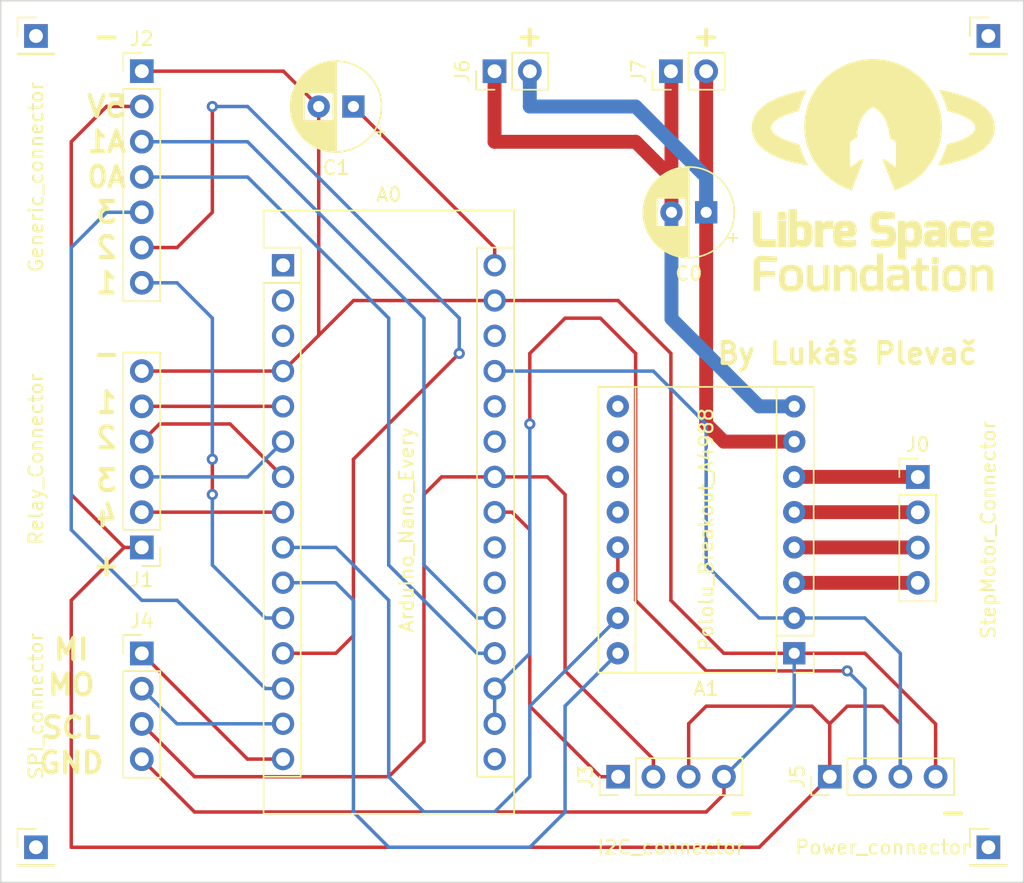
<source format=kicad_pcb>
(kicad_pcb (version 20211014) (generator pcbnew)
  (layers (0 "F.Cu" signal) (31 "B.Cu" signal) (34 "B.Paste" user) (35 "F.Paste" user) (36 "B.SilkS" user "B.Silkscreen") (37 "F.SilkS" user "F.Silkscreen") (38 "B.Mask" user) (39 "F.Mask" user) (44 "Edge.Cuts" user))
  (net 0 "")
  (net 4 "GND")
  (net 5 "RELAY_1")
  (net 6 "RELAY_3")
  (net 7 "RELAY_2")
  (net 8 "RELAY_4")
  (net 9 "STEP_STEP")
  (net 10 "STEP_DIR")
  (net 11 "GENERIC_1")
  (net 12 "GENERIC_2")
  (net 13 "GENERIC_3")
  (net 14 "MOSI")
  (net 15 "MISO")
  (net 16 "SCK")
  (net 17 "3V3")
  (net 18 "A0")
  (net 19 "A1")
  (net 22 "SDA")
  (net 23 "SCL")
  (net 26 "5V")
  (net 28 "VIN")
  (net 29 "Net-(A1-Pad3)")
  (net 30 "Net-(A1-Pad4)")
  (net 31 "Net-(A1-Pad5)")
  (net 32 "Net-(A1-Pad6)")
  (net 33 "GND_12V")
  (net 34 "12V")
  (net 39 "Net-(A1-Pad13)")
  (footprint "Connector_PinHeader_2.54mm:PinHeader_1x01_P2.54mm_Vertical" (layer "F.Cu") (at 147.32 124.46)
    (fp_text reference "" hide)
    (fp_text value "PinHeader_1x01_P2.54mm_Vertical" hide)
    (pad "1" thru_hole rect (at 0 0) (size 1.7 1.7) (drill 1) (layers *.Cu *.Mask))
  )
  (footprint "Connector_PinHeader_2.54mm:PinHeader_1x04_P2.54mm_Vertical" (layer "F.Cu") (at 120.66 119.38 90)
    (fp_text reference "J3" (at 0 -2.33 90) (layer "F.SilkS"))
    (fp_text value "I2C_connector" (at -5.08 3.8 180) (layer "F.SilkS"))
    (pad "1" thru_hole rect (at 0 0 90) (size 1.7 1.7) (drill 1) (layers *.Cu *.Mask) (net 22 "SDA"))
    (pad "2" thru_hole oval (at 0 2.54 90) (size 1.7 1.7) (drill 1) (layers *.Cu *.Mask) (net 23 "SCL"))
    (pad "3" thru_hole oval (at 0 5.08 90) (size 1.7 1.7) (drill 1) (layers *.Cu *.Mask) (net 26 "5V"))
    (pad "4" thru_hole oval (at 0 7.62 90) (size 1.7 1.7) (drill 1) (layers *.Cu *.Mask) (net 4 "GND"))
  )
  (footprint "Connector_PinHeader_2.54mm:PinHeader_1x01_P2.54mm_Vertical" (layer "F.Cu") (at 147.32 66.04)
    (fp_text reference "REF**" hide)
    (fp_text value "PinHeader_1x01_P2.54mm_Vertical" hide)
    (pad "1" thru_hole rect (at 0 0) (size 1.7 1.7) (drill 1) (layers *.Cu *.Mask))
  )
  (footprint "Capacitor_THT:CP_Radial_D6.3mm_P2.50mm" (layer "F.Cu") (at 127 78.74 180)
    (fp_text reference "C0" (at 1.25 -4.4) (layer "F.SilkS"))
    (fp_text value "100uF")
    (pad "1" thru_hole rect (at 0 0 180) (size 1.6 1.6) (drill 0.8) (layers *.Cu *.Mask) (net 33 "GND_12V"))
    (pad "2" thru_hole circle (at 2.5 0 180) (size 1.6 1.6) (drill 0.8) (layers *.Cu *.Mask) (net 34 "12V"))
  )
  (footprint "Connector_PinHeader_2.54mm:PinHeader_1x04_P2.54mm_Vertical" (layer "F.Cu") (at 86.36 110.5)
    (fp_text reference "J4" (at 0 -2.33) (layer "F.SilkS"))
    (fp_text value "SPI_connector" (at -7.62 3.8 90) (layer "F.SilkS"))
    (pad "1" thru_hole rect (at 0 0) (size 1.7 1.7) (drill 1) (layers *.Cu *.Mask) (net 15 "MISO"))
    (pad "2" thru_hole oval (at 0 2.54) (size 1.7 1.7) (drill 1) (layers *.Cu *.Mask) (net 14 "MOSI"))
    (pad "3" thru_hole oval (at 0 5.08) (size 1.7 1.7) (drill 1) (layers *.Cu *.Mask) (net 23 "SCL"))
    (pad "4" thru_hole oval (at 0 7.62) (size 1.7 1.7) (drill 1) (layers *.Cu *.Mask) (net 4 "GND"))
  )
  (footprint "Connector_PinHeader_2.54mm:PinHeader_1x06_P2.54mm_Vertical" (layer "F.Cu") (at 86.36 102.87 180)
    (fp_text reference "J1" (at 0 -2.33) (layer "F.SilkS"))
    (fp_text value "Relay_Connector" (at 7.62 6.35 90) (layer "F.SilkS"))
    (pad "1" thru_hole rect (at 0 0 180) (size 1.7 1.7) (drill 1) (layers *.Cu *.Mask) (net 26 "5V"))
    (pad "2" thru_hole oval (at 0 2.54 180) (size 1.7 1.7) (drill 1) (layers *.Cu *.Mask) (net 8 "RELAY_4"))
    (pad "3" thru_hole oval (at 0 5.08 180) (size 1.7 1.7) (drill 1) (layers *.Cu *.Mask) (net 6 "RELAY_3"))
    (pad "4" thru_hole oval (at 0 7.62 180) (size 1.7 1.7) (drill 1) (layers *.Cu *.Mask) (net 7 "RELAY_2"))
    (pad "5" thru_hole oval (at 0 10.16 180) (size 1.7 1.7) (drill 1) (layers *.Cu *.Mask) (net 5 "RELAY_1"))
    (pad "6" thru_hole oval (at 0 12.7 180) (size 1.7 1.7) (drill 1) (layers *.Cu *.Mask) (net 4 "GND"))
  )
  (footprint "Connector_PinHeader_2.54mm:PinHeader_1x04_P2.54mm_Vertical" (layer "F.Cu") (at 142.24 97.8)
    (fp_text reference "J0" (at 0 -2.33) (layer "F.SilkS"))
    (fp_text value "StepMotor_Connector" (at 5.08 3.8 90) (layer "F.SilkS"))
    (pad "1" thru_hole rect (at 0 0) (size 1.7 1.7) (drill 1) (layers *.Cu *.Mask) (net 32 "Net-(A1-Pad6)"))
    (pad "2" thru_hole oval (at 0 2.54) (size 1.7 1.7) (drill 1) (layers *.Cu *.Mask) (net 31 "Net-(A1-Pad5)"))
    (pad "3" thru_hole oval (at 0 5.08) (size 1.7 1.7) (drill 1) (layers *.Cu *.Mask) (net 30 "Net-(A1-Pad4)"))
    (pad "4" thru_hole oval (at 0 7.62) (size 1.7 1.7) (drill 1) (layers *.Cu *.Mask) (net 29 "Net-(A1-Pad3)"))
  )
  (footprint "Connector_PinHeader_2.54mm:PinHeader_1x01_P2.54mm_Vertical" (layer "F.Cu") (at 78.74 124.46)
    (fp_text reference "REF**" hide)
    (fp_text value "PinHeader_1x01_P2.54mm_Vertical" hide)
    (pad "1" thru_hole rect (at 0 0) (size 1.7 1.7) (drill 1) (layers *.Cu *.Mask))
  )
  (footprint "Connector_PinHeader_2.54mm:PinHeader_1x01_P2.54mm_Vertical" (layer "F.Cu") (at 78.74 66.04)
    (fp_text reference "REF**" hide)
    (fp_text value "PinHeader_1x01_P2.54mm_Vertical" hide)
    (pad "1" thru_hole rect (at 0 0) (size 1.7 1.7) (drill 1) (layers *.Cu *.Mask))
  )
  (footprint "Module:Pololu_Breakout-16_15.2x20.3mm" (layer "F.Cu") (at 133.34 110.49 180)
    (fp_text reference "A1" (at 6.35 -2.54) (layer "F.SilkS"))
    (fp_text value "Pololu_Breakout_A4988" (at 6.34 8.89 90) (layer "F.SilkS"))
    (pad "1" thru_hole rect (at 0 0 180) (size 1.6 1.6) (drill 0.8) (layers *.Cu *.Mask) (net 4 "GND"))
    (pad "2" thru_hole oval (at 0 2.54 180) (size 1.6 1.6) (drill 0.8) (layers *.Cu *.Mask) (net 26 "5V"))
    (pad "3" thru_hole oval (at 0 5.08 180) (size 1.6 1.6) (drill 0.8) (layers *.Cu *.Mask) (net 29 "Net-(A1-Pad3)"))
    (pad "4" thru_hole oval (at 0 7.62 180) (size 1.6 1.6) (drill 0.8) (layers *.Cu *.Mask) (net 30 "Net-(A1-Pad4)"))
    (pad "5" thru_hole oval (at 0 10.16 180) (size 1.6 1.6) (drill 0.8) (layers *.Cu *.Mask) (net 31 "Net-(A1-Pad5)"))
    (pad "6" thru_hole oval (at 0 12.7 180) (size 1.6 1.6) (drill 0.8) (layers *.Cu *.Mask) (net 32 "Net-(A1-Pad6)"))
    (pad "7" thru_hole oval (at 0 15.24 180) (size 1.6 1.6) (drill 0.8) (layers *.Cu *.Mask) (net 33 "GND_12V"))
    (pad "8" thru_hole oval (at 0 17.78 180) (size 1.6 1.6) (drill 0.8) (layers *.Cu *.Mask) (net 34 "12V"))
    (pad "9" thru_hole oval (at 12.7 17.78 180) (size 1.6 1.6) (drill 0.8) (layers *.Cu *.Mask))
    (pad "10" thru_hole oval (at 12.7 15.24 180) (size 1.6 1.6) (drill 0.8) (layers *.Cu *.Mask))
    (pad "11" thru_hole oval (at 12.7 12.7 180) (size 1.6 1.6) (drill 0.8) (layers *.Cu *.Mask))
    (pad "12" thru_hole oval (at 12.7 10.16 180) (size 1.6 1.6) (drill 0.8) (layers *.Cu *.Mask))
    (pad "13" thru_hole oval (at 12.7 7.62 180) (size 1.6 1.6) (drill 0.8) (layers *.Cu *.Mask) (net 39 "Net-(A1-Pad13)"))
    (pad "14" thru_hole oval (at 12.7 5.08 180) (size 1.6 1.6) (drill 0.8) (layers *.Cu *.Mask) (net 39 "Net-(A1-Pad13)"))
    (pad "15" thru_hole oval (at 12.7 2.54 180) (size 1.6 1.6) (drill 0.8) (layers *.Cu *.Mask) (net 9 "STEP_STEP"))
    (pad "16" thru_hole oval (at 12.7 0 180) (size 1.6 1.6) (drill 0.8) (layers *.Cu *.Mask) (net 10 "STEP_DIR"))
  )
  (footprint "Library:LibreSpaceLogo" (layer "F.Cu") (at 139.7 78.74)
    (fp_text reference "REF**")
    (fp_text value "LibreSpaceLogo")
  )
  (footprint "Connector_PinHeader_2.54mm:PinHeader_1x04_P2.54mm_Vertical" (layer "F.Cu") (at 135.9 119.38 90)
    (fp_text reference "J5" (at 0 -2.33 90) (layer "F.SilkS"))
    (fp_text value "Power_connector" (at -5.08 3.8 180) (layer "F.SilkS"))
    (pad "1" thru_hole rect (at 0 0 90) (size 1.7 1.7) (drill 1) (layers *.Cu *.Mask) (net 26 "5V"))
    (pad "2" thru_hole oval (at 0 2.54 90) (size 1.7 1.7) (drill 1) (layers *.Cu *.Mask) (net 17 "3V3"))
    (pad "3" thru_hole oval (at 0 5.08 90) (size 1.7 1.7) (drill 1) (layers *.Cu *.Mask) (net 26 "5V"))
    (pad "4" thru_hole oval (at 0 7.62 90) (size 1.7 1.7) (drill 1) (layers *.Cu *.Mask) (net 4 "GND"))
  )
  (footprint "Connector_PinHeader_2.54mm:PinHeader_1x02_P2.54mm_Vertical" (layer "F.Cu") (at 111.76 68.58 90)
    (fp_text reference "J6" (at 0 -2.33 90) (layer "F.SilkS"))
    (fp_text value "12_IN")
    (pad "1" thru_hole rect (at 0 0 90) (size 1.7 1.7) (drill 1) (layers *.Cu *.Mask) (net 34 "12V"))
    (pad "2" thru_hole oval (at 0 2.54 90) (size 1.7 1.7) (drill 1) (layers *.Cu *.Mask) (net 33 "GND_12V"))
  )
  (footprint "Module:Arduino_Nano" (layer "F.Cu") (at 96.53 82.55)
    (fp_text reference "A0" (at 7.62 -5.08) (layer "F.SilkS"))
    (fp_text value "Arduino_Nano_Every" (at 8.89 19.05 90) (layer "F.SilkS"))
    (pad "1" thru_hole rect (at 0 0) (size 1.6 1.6) (drill 1) (layers *.Cu *.Mask))
    (pad "2" thru_hole oval (at 0 2.54) (size 1.6 1.6) (drill 1) (layers *.Cu *.Mask))
    (pad "3" thru_hole oval (at 0 5.08) (size 1.6 1.6) (drill 1) (layers *.Cu *.Mask))
    (pad "4" thru_hole oval (at 0 7.62) (size 1.6 1.6) (drill 1) (layers *.Cu *.Mask) (net 4 "GND"))
    (pad "5" thru_hole oval (at 0 10.16) (size 1.6 1.6) (drill 1) (layers *.Cu *.Mask) (net 5 "RELAY_1"))
    (pad "6" thru_hole oval (at 0 12.7) (size 1.6 1.6) (drill 1) (layers *.Cu *.Mask) (net 6 "RELAY_3"))
    (pad "7" thru_hole oval (at 0 15.24) (size 1.6 1.6) (drill 1) (layers *.Cu *.Mask) (net 7 "RELAY_2"))
    (pad "8" thru_hole oval (at 0 17.78) (size 1.6 1.6) (drill 1) (layers *.Cu *.Mask) (net 8 "RELAY_4"))
    (pad "9" thru_hole oval (at 0 20.32) (size 1.6 1.6) (drill 1) (layers *.Cu *.Mask) (net 9 "STEP_STEP"))
    (pad "10" thru_hole oval (at 0 22.86) (size 1.6 1.6) (drill 1) (layers *.Cu *.Mask) (net 10 "STEP_DIR"))
    (pad "11" thru_hole oval (at 0 25.4) (size 1.6 1.6) (drill 1) (layers *.Cu *.Mask) (net 11 "GENERIC_1"))
    (pad "12" thru_hole oval (at 0 27.94) (size 1.6 1.6) (drill 1) (layers *.Cu *.Mask) (net 12 "GENERIC_2"))
    (pad "13" thru_hole oval (at 0 30.48) (size 1.6 1.6) (drill 1) (layers *.Cu *.Mask) (net 13 "GENERIC_3"))
    (pad "14" thru_hole oval (at 0 33.02) (size 1.6 1.6) (drill 1) (layers *.Cu *.Mask) (net 14 "MOSI"))
    (pad "15" thru_hole oval (at 0 35.56) (size 1.6 1.6) (drill 1) (layers *.Cu *.Mask) (net 15 "MISO"))
    (pad "16" thru_hole oval (at 15.24 35.56) (size 1.6 1.6) (drill 1) (layers *.Cu *.Mask) (net 16 "SCK"))
    (pad "17" thru_hole oval (at 15.24 33.02) (size 1.6 1.6) (drill 1) (layers *.Cu *.Mask) (net 17 "3V3"))
    (pad "18" thru_hole oval (at 15.24 30.48) (size 1.6 1.6) (drill 1) (layers *.Cu *.Mask) (net 17 "3V3"))
    (pad "19" thru_hole oval (at 15.24 27.94) (size 1.6 1.6) (drill 1) (layers *.Cu *.Mask) (net 18 "A0"))
    (pad "20" thru_hole oval (at 15.24 25.4) (size 1.6 1.6) (drill 1) (layers *.Cu *.Mask) (net 19 "A1"))
    (pad "21" thru_hole oval (at 15.24 22.86) (size 1.6 1.6) (drill 1) (layers *.Cu *.Mask))
    (pad "22" thru_hole oval (at 15.24 20.32) (size 1.6 1.6) (drill 1) (layers *.Cu *.Mask))
    (pad "23" thru_hole oval (at 15.24 17.78) (size 1.6 1.6) (drill 1) (layers *.Cu *.Mask) (net 22 "SDA"))
    (pad "24" thru_hole oval (at 15.24 15.24) (size 1.6 1.6) (drill 1) (layers *.Cu *.Mask) (net 23 "SCL"))
    (pad "25" thru_hole oval (at 15.24 12.7) (size 1.6 1.6) (drill 1) (layers *.Cu *.Mask))
    (pad "26" thru_hole oval (at 15.24 10.16) (size 1.6 1.6) (drill 1) (layers *.Cu *.Mask))
    (pad "27" thru_hole oval (at 15.24 7.62) (size 1.6 1.6) (drill 1) (layers *.Cu *.Mask) (net 26 "5V"))
    (pad "28" thru_hole oval (at 15.24 5.08) (size 1.6 1.6) (drill 1) (layers *.Cu *.Mask))
    (pad "29" thru_hole oval (at 15.24 2.54) (size 1.6 1.6) (drill 1) (layers *.Cu *.Mask) (net 4 "GND"))
    (pad "30" thru_hole oval (at 15.24 0) (size 1.6 1.6) (drill 1) (layers *.Cu *.Mask) (net 28 "VIN"))
  )
  (footprint "Capacitor_THT:CP_Radial_D6.3mm_P2.50mm" (layer "F.Cu") (at 101.6 71.12 180)
    (fp_text reference "C1" (at 1.25 -4.4) (layer "F.SilkS"))
    (fp_text value "100uF")
    (pad "1" thru_hole rect (at 0 0 180) (size 1.6 1.6) (drill 0.8) (layers *.Cu *.Mask) (net 28 "VIN"))
    (pad "2" thru_hole circle (at 2.5 0 180) (size 1.6 1.6) (drill 0.8) (layers *.Cu *.Mask) (net 4 "GND"))
  )
  (footprint "Connector_PinHeader_2.54mm:PinHeader_1x07_P2.54mm_Vertical" (layer "F.Cu") (at 86.36 68.575)
    (fp_text reference "J2" (at 0 -2.33) (layer "F.SilkS"))
    (fp_text value "Generic_connector" (at -7.62 7.625 90) (layer "F.SilkS"))
    (pad "1" thru_hole rect (at 0 0) (size 1.7 1.7) (drill 1) (layers *.Cu *.Mask) (net 4 "GND"))
    (pad "2" thru_hole oval (at 0 2.54) (size 1.7 1.7) (drill 1) (layers *.Cu *.Mask) (net 26 "5V"))
    (pad "3" thru_hole oval (at 0 5.08) (size 1.7 1.7) (drill 1) (layers *.Cu *.Mask) (net 19 "A1"))
    (pad "4" thru_hole oval (at 0 7.62) (size 1.7 1.7) (drill 1) (layers *.Cu *.Mask) (net 18 "A0"))
    (pad "5" thru_hole oval (at 0 10.16) (size 1.7 1.7) (drill 1) (layers *.Cu *.Mask) (net 13 "GENERIC_3"))
    (pad "6" thru_hole oval (at 0 12.7) (size 1.7 1.7) (drill 1) (layers *.Cu *.Mask) (net 12 "GENERIC_2"))
    (pad "7" thru_hole oval (at 0 15.24) (size 1.7 1.7) (drill 1) (layers *.Cu *.Mask) (net 11 "GENERIC_1"))
  )
  (footprint "Connector_PinHeader_2.54mm:PinHeader_1x02_P2.54mm_Vertical" (layer "F.Cu") (at 124.46 68.58 90)
    (fp_text reference "J7" (at 0 -2.33 90) (layer "F.SilkS"))
    (fp_text value "12_OUT")
    (pad "1" thru_hole rect (at 0 0 90) (size 1.7 1.7) (drill 1) (layers *.Cu *.Mask) (net 34 "12V"))
    (pad "2" thru_hole oval (at 0 2.54 90) (size 1.7 1.7) (drill 1) (layers *.Cu *.Mask) (net 33 "GND_12V"))
  )
  (gr_line (start 76.2 127) (end 76.2 63.5) (layer "Edge.Cuts") (width 0.1))
  (gr_line (start 149.86 63.5) (end 149.86 127) (layer "Edge.Cuts") (width 0.1))
  (gr_line (start 76.2 63.5) (end 149.86 63.5) (layer "Edge.Cuts") (width 0.1))
  (gr_line (start 149.86 127) (end 76.2 127) (layer "Edge.Cuts") (width 0.1))
  (gr_text "-" (at 83.82 66.04) (layer "F.SilkS") (effects (font (size 1.5 1.5) (thickness 0.3)) (justify mirror)))
  (gr_text "-" (at 83.82 88.9) (layer "F.SilkS") (effects (font (size 1.5 1.5) (thickness 0.3)) (justify mirror)))
  (gr_text "3\n" (at 83.82 78.74) (layer "F.SilkS") (effects (font (size 1.5 1.5) (thickness 0.3)) (justify mirror)))
  (gr_text "By Lukáš Plevač" (at 137.16 88.9) (layer "F.SilkS") (effects (font (size 1.5 1.5) (thickness 0.3))))
  (gr_text "4\n" (at 83.82 100.6) (layer "F.SilkS") (effects (font (size 1.5 1.5) (thickness 0.3)) (justify mirror)))
  (gr_text "-" (at 144.78 121.92) (layer "F.SilkS") (effects (font (size 1.5 1.5) (thickness 0.3)) (justify mirror)))
  (gr_text "2" (at 83.82 81.28) (layer "F.SilkS") (effects (font (size 1.5 1.5) (thickness 0.3)) (justify mirror)))
  (gr_text "2" (at 83.82 94.98) (layer "F.SilkS") (effects (font (size 1.5 1.5) (thickness 0.3)) (justify mirror)))
  (gr_text "5V\n" (at 83.82 71.12) (layer "F.SilkS") (effects (font (size 1.5 1.5) (thickness 0.3)) (justify mirror)))
  (gr_text "+" (at 114.3 66.04) (layer "F.SilkS") (effects (font (size 1.5 1.5) (thickness 0.3)) (justify mirror)))
  (gr_text "1" (at 83.82 92.44) (layer "F.SilkS") (effects (font (size 1.5 1.5) (thickness 0.3)) (justify mirror)))
  (gr_text "-" (at 129.54 121.92) (layer "F.SilkS") (effects (font (size 1.5 1.5) (thickness 0.3)) (justify mirror)))
  (gr_text "1\n" (at 83.82 83.82) (layer "F.SilkS") (effects (font (size 1.5 1.5) (thickness 0.3)) (justify mirror)))
  (gr_text "GND\n" (at 81.28 118.38) (layer "F.SilkS") (effects (font (size 1.5 1.5) (thickness 0.3))))
  (gr_text "MI\n" (at 81.28 110.22) (layer "F.SilkS") (effects (font (size 1.5 1.5) (thickness 0.3))))
  (gr_text "3\n" (at 83.82 98.06) (layer "F.SilkS") (effects (font (size 1.5 1.5) (thickness 0.3)) (justify mirror)))
  (gr_text "A0" (at 83.82 76.2) (layer "F.SilkS") (effects (font (size 1.5 1.5) (thickness 0.3)) (justify mirror)))
  (gr_text "+" (at 83.82 104.14) (layer "F.SilkS") (effects (font (size 1.5 1.5) (thickness 0.3)) (justify mirror)))
  (gr_text "A1" (at 83.82 73.66) (layer "F.SilkS") (effects (font (size 1.5 1.5) (thickness 0.3)) (justify mirror)))
  (gr_text "MO" (at 81.28 112.76) (layer "F.SilkS") (effects (font (size 1.5 1.5) (thickness 0.3))))
  (gr_text "SCL" (at 81.28 115.84) (layer "F.SilkS") (effects (font (size 1.5 1.5) (thickness 0.3))))
  (gr_text "+" (at 127 66.04) (layer "F.SilkS") (effects (font (size 1.5 1.5) (thickness 0.3)) (justify mirror)))
  (segment (start 101.61 85.09) (end 99.1 87.6) (width 0.25) (layer "F.Cu") (net 4))
  (segment (start 142.24 114.3) (end 138.43 110.49) (width 0.25) (layer "F.Cu") (net 4))
  (segment (start 86.36 68.575) (end 96.555 68.575) (width 0.25) (layer "F.Cu") (net 4))
  (segment (start 143.52 115.58) (end 143.52 119.38) (width 0.25) (layer "F.Cu") (net 4))
  (segment (start 111.77 85.09) (end 101.61 85.09) (width 0.25) (layer "F.Cu") (net 4))
  (segment (start 96.555 68.575) (end 99.1 71.12) (width 0.25) (layer "F.Cu") (net 4))
  (segment (start 128.27 110.49) (end 133.34 110.49) (width 0.25) (layer "F.Cu") (net 4))
  (segment (start 86.36 118.12) (end 90.16 121.92) (width 0.25) (layer "F.Cu") (net 4))
  (segment (start 127 121.92) (end 128.28 120.64) (width 0.25) (layer "F.Cu") (net 4))
  (segment (start 111.77 85.09) (end 120.65 85.09) (width 0.25) (layer "F.Cu") (net 4))
  (segment (start 128.28 120.64) (end 128.28 119.38) (width 0.25) (layer "F.Cu") (net 4))
  (segment (start 138.43 110.49) (end 133.34 110.49) (width 0.25) (layer "F.Cu") (net 4))
  (segment (start 142.24 114.3) (end 143.52 115.58) (width 0.25) (layer "F.Cu") (net 4))
  (segment (start 99.1 71.12) (end 99.1 87.6) (width 0.25) (layer "F.Cu") (net 4))
  (segment (start 86.36 90.17) (end 96.53 90.17) (width 0.25) (layer "F.Cu") (net 4))
  (segment (start 120.65 85.09) (end 124.46 88.9) (width 0.25) (layer "F.Cu") (net 4))
  (segment (start 124.46 88.9) (end 124.46 106.68) (width 0.25) (layer "F.Cu") (net 4))
  (segment (start 90.16 121.92) (end 127 121.92) (width 0.25) (layer "F.Cu") (net 4))
  (segment (start 99.1 87.6) (end 96.53 90.17) (width 0.25) (layer "F.Cu") (net 4))
  (segment (start 124.46 106.68) (end 128.27 110.49) (width 0.25) (layer "F.Cu") (net 4))
  (segment (start 133.34 114.32) (end 133.34 110.49) (width 0.25) (layer "B.Cu") (net 4))
  (segment (start 128.28 119.38) (end 133.34 114.32) (width 0.25) (layer "B.Cu") (net 4))
  (segment (start 86.36 92.71) (end 96.53 92.71) (width 0.25) (layer "F.Cu") (net 5))
  (segment (start 86.36 97.79) (end 93.99 97.79) (width 0.25) (layer "B.Cu") (net 6))
  (segment (start 93.99 97.79) (end 96.53 95.25) (width 0.25) (layer "B.Cu") (net 6))
  (segment (start 92.72 93.98) (end 96.53 97.79) (width 0.25) (layer "F.Cu") (net 7))
  (segment (start 86.36 95.25) (end 87.63 93.98) (width 0.25) (layer "F.Cu") (net 7))
  (segment (start 87.63 93.98) (end 92.72 93.98) (width 0.25) (layer "F.Cu") (net 7))
  (segment (start 86.36 100.33) (end 96.53 100.33) (width 0.25) (layer "F.Cu") (net 8))
  (segment (start 104.14 119.38) (end 104.14 106.68) (width 0.25) (layer "B.Cu") (net 9))
  (segment (start 106.68 121.92) (end 104.14 119.38) (width 0.25) (layer "B.Cu") (net 9))
  (segment (start 114.3 114.3) (end 114.3 119.38) (width 0.25) (layer "B.Cu") (net 9))
  (segment (start 120.64 107.96) (end 114.3 114.3) (width 0.25) (layer "B.Cu") (net 9))
  (segment (start 120.64 107.95) (end 120.64 107.96) (width 0.25) (layer "B.Cu") (net 9))
  (segment (start 111.76 121.92) (end 106.68 121.92) (width 0.25) (layer "B.Cu") (net 9))
  (segment (start 114.3 119.38) (end 111.76 121.92) (width 0.25) (layer "B.Cu") (net 9))
  (segment (start 100.33 102.87) (end 96.53 102.87) (width 0.25) (layer "B.Cu") (net 9))
  (segment (start 104.14 106.68) (end 100.33 102.87) (width 0.25) (layer "B.Cu") (net 9))
  (segment (start 114.3 124.46) (end 116.84 121.92) (width 0.25) (layer "B.Cu") (net 10))
  (segment (start 101.6 121.92) (end 104.14 124.46) (width 0.25) (layer "B.Cu") (net 10))
  (segment (start 116.84 114.29) (end 120.64 110.49) (width 0.25) (layer "B.Cu") (net 10))
  (segment (start 96.53 105.41) (end 100.33 105.41) (width 0.25) (layer "B.Cu") (net 10))
  (segment (start 116.84 121.92) (end 116.84 114.29) (width 0.25) (layer "B.Cu") (net 10))
  (segment (start 104.14 124.46) (end 114.3 124.46) (width 0.25) (layer "B.Cu") (net 10))
  (segment (start 100.33 105.41) (end 101.6 106.68) (width 0.25) (layer "B.Cu") (net 10))
  (segment (start 101.6 106.68) (end 101.6 121.92) (width 0.25) (layer "B.Cu") (net 10))
  (segment (start 91.44 96.52) (end 91.44 99.06) (width 0.25) (layer "F.Cu") (net 11))
  (via (at 91.44 99.06) (size 0.8) (drill 0.4) (layers "F.Cu" "B.Cu") (net 11))
  (via (at 91.44 96.52) (size 0.8) (drill 0.4) (layers "F.Cu" "B.Cu") (net 11))
  (segment (start 91.44 99.06) (end 91.44 104.14) (width 0.25) (layer "B.Cu") (net 11))
  (segment (start 91.44 86.36) (end 91.44 96.52) (width 0.25) (layer "B.Cu") (net 11))
  (segment (start 88.895 83.815) (end 91.44 86.36) (width 0.25) (layer "B.Cu") (net 11))
  (segment (start 95.25 107.95) (end 96.53 107.95) (width 0.25) (layer "B.Cu") (net 11))
  (segment (start 86.36 83.815) (end 88.895 83.815) (width 0.25) (layer "B.Cu") (net 11))
  (segment (start 91.44 104.14) (end 95.25 107.95) (width 0.25) (layer "B.Cu") (net 11))
  (segment (start 88.905 81.275) (end 91.44 78.74) (width 0.25) (layer "F.Cu") (net 12))
  (segment (start 101.6 109.22) (end 100.33 110.49) (width 0.25) (layer "F.Cu") (net 12))
  (segment (start 86.36 81.275) (end 88.905 81.275) (width 0.25) (layer "F.Cu") (net 12))
  (segment (start 109.22 88.9) (end 101.6 96.52) (width 0.25) (layer "F.Cu") (net 12))
  (segment (start 101.6 96.52) (end 101.6 109.22) (width 0.25) (layer "F.Cu") (net 12))
  (segment (start 100.33 110.49) (end 96.53 110.49) (width 0.25) (layer "F.Cu") (net 12))
  (segment (start 91.44 78.74) (end 91.44 71.12) (width 0.25) (layer "F.Cu") (net 12))
  (via (at 91.44 71.12) (size 0.8) (drill 0.4) (layers "F.Cu" "B.Cu") (net 12))
  (via (at 109.22 88.9) (size 0.8) (drill 0.4) (layers "F.Cu" "B.Cu") (net 12))
  (segment (start 93.98 71.12) (end 106.68 83.82) (width 0.25) (layer "B.Cu") (net 12))
  (segment (start 91.44 71.12) (end 93.98 71.12) (width 0.25) (layer "B.Cu") (net 12))
  (segment (start 106.68 83.82) (end 109.22 86.36) (width 0.25) (layer "B.Cu") (net 12))
  (segment (start 109.22 86.36) (end 109.22 88.9) (width 0.25) (layer "B.Cu") (net 12))
  (segment (start 83.825 78.735) (end 81.28 81.28) (width 0.25) (layer "B.Cu") (net 13))
  (segment (start 81.28 81.28) (end 81.28 101.6) (width 0.25) (layer "B.Cu") (net 13))
  (segment (start 86.36 78.735) (end 83.825 78.735) (width 0.25) (layer "B.Cu") (net 13))
  (segment (start 88.9 106.68) (end 95.25 113.03) (width 0.25) (layer "B.Cu") (net 13))
  (segment (start 81.28 101.6) (end 86.36 106.68) (width 0.25) (layer "B.Cu") (net 13))
  (segment (start 95.25 113.03) (end 96.53 113.03) (width 0.25) (layer "B.Cu") (net 13))
  (segment (start 86.36 106.68) (end 88.9 106.68) (width 0.25) (layer "B.Cu") (net 13))
  (segment (start 86.36 113.04) (end 88.89 115.57) (width 0.25) (layer "B.Cu") (net 14))
  (segment (start 88.89 115.57) (end 96.53 115.57) (width 0.25) (layer "B.Cu") (net 14))
  (segment (start 93.97 118.11) (end 96.53 118.11) (width 0.25) (layer "F.Cu") (net 15))
  (segment (start 86.36 110.5) (end 93.97 118.11) (width 0.25) (layer "F.Cu") (net 15))
  (segment (start 121.92 88.9) (end 119.38 86.36) (width 0.25) (layer "F.Cu") (net 17))
  (segment (start 114.3 88.9) (end 114.3 93.98) (width 0.25) (layer "F.Cu") (net 17))
  (segment (start 137.16 111.76) (end 127 111.76) (width 0.25) (layer "F.Cu") (net 17))
  (segment (start 116.84 86.36) (end 114.3 88.9) (width 0.25) (layer "F.Cu") (net 17))
  (segment (start 121.92 106.68) (end 121.92 88.9) (width 0.25) (layer "F.Cu") (net 17))
  (segment (start 127 111.76) (end 121.92 106.68) (width 0.25) (layer "F.Cu") (net 17))
  (segment (start 119.38 86.36) (end 116.84 86.36) (width 0.25) (layer "F.Cu") (net 17))
  (via (at 137.16 111.76) (size 0.8) (drill 0.4) (layers "F.Cu" "B.Cu") (net 17))
  (via (at 114.3 93.98) (size 0.8) (drill 0.4) (layers "F.Cu" "B.Cu") (net 17))
  (segment (start 111.77 115.57) (end 111.77 113.03) (width 0.25) (layer "B.Cu") (net 17))
  (segment (start 138.44 113.04) (end 137.16 111.76) (width 0.25) (layer "B.Cu") (net 17))
  (segment (start 114.3 93.98) (end 114.3 110.5) (width 0.25) (layer "B.Cu") (net 17))
  (segment (start 138.44 119.38) (end 138.44 113.04) (width 0.25) (layer "B.Cu") (net 17))
  (segment (start 114.3 110.5) (end 111.77 113.03) (width 0.25) (layer "B.Cu") (net 17))
  (segment (start 110.49 110.49) (end 111.77 110.49) (width 0.25) (layer "B.Cu") (net 18))
  (segment (start 86.365 76.2) (end 93.98 76.2) (width 0.25) (layer "B.Cu") (net 18))
  (segment (start 104.14 86.36) (end 104.14 104.14) (width 0.25) (layer "B.Cu") (net 18))
  (segment (start 104.14 104.14) (end 110.49 110.49) (width 0.25) (layer "B.Cu") (net 18))
  (segment (start 93.98 76.2) (end 104.14 86.36) (width 0.25) (layer "B.Cu") (net 18))
  (segment (start 86.36 76.195) (end 86.365 76.2) (width 0.25) (layer "B.Cu") (net 18))
  (segment (start 110.49 107.95) (end 111.77 107.95) (width 0.25) (layer "B.Cu") (net 19))
  (segment (start 106.68 86.36) (end 106.68 104.14) (width 0.25) (layer "B.Cu") (net 19))
  (segment (start 86.36 73.655) (end 93.975 73.655) (width 0.25) (layer "B.Cu") (net 19))
  (segment (start 93.975 73.655) (end 106.68 86.36) (width 0.25) (layer "B.Cu") (net 19))
  (segment (start 106.68 104.14) (end 110.49 107.95) (width 0.25) (layer "B.Cu") (net 19))
  (segment (start 119.38 119.38) (end 114.3 114.3) (width 0.25) (layer "F.Cu") (net 22))
  (segment (start 120.66 119.38) (end 119.38 119.38) (width 0.25) (layer "F.Cu") (net 22))
  (segment (start 113.03 100.33) (end 111.77 100.33) (width 0.25) (layer "F.Cu") (net 22))
  (segment (start 114.3 101.6) (end 113.03 100.33) (width 0.25) (layer "F.Cu") (net 22))
  (segment (start 114.3 114.3) (end 114.3 101.6) (width 0.25) (layer "F.Cu") (net 22))
  (segment (start 123.2 119.38) (end 123.2 118.12) (width 0.25) (layer "F.Cu") (net 23))
  (segment (start 104.14 119.38) (end 106.68 116.84) (width 0.25) (layer "F.Cu") (net 23))
  (segment (start 123.2 118.12) (end 116.84 111.76) (width 0.25) (layer "F.Cu") (net 23))
  (segment (start 90.16 119.38) (end 104.14 119.38) (width 0.25) (layer "F.Cu") (net 23))
  (segment (start 106.68 116.84) (end 106.68 99.06) (width 0.25) (layer "F.Cu") (net 23))
  (segment (start 86.36 115.58) (end 90.16 119.38) (width 0.25) (layer "F.Cu") (net 23))
  (segment (start 107.95 97.79) (end 111.77 97.79) (width 0.25) (layer "F.Cu") (net 23))
  (segment (start 116.84 111.76) (end 116.84 99.06) (width 0.25) (layer "F.Cu") (net 23))
  (segment (start 106.68 99.06) (end 107.95 97.79) (width 0.25) (layer "F.Cu") (net 23))
  (segment (start 115.57 97.79) (end 111.77 97.79) (width 0.25) (layer "F.Cu") (net 23))
  (segment (start 116.84 99.06) (end 115.57 97.79) (width 0.25) (layer "F.Cu") (net 23))
  (segment (start 140.98 115.58) (end 140.98 119.38) (width 0.25) (layer "F.Cu") (net 26))
  (segment (start 134.62 114.3) (end 135.9 115.58) (width 0.25) (layer "F.Cu") (net 26))
  (segment (start 125.74 115.56) (end 127 114.3) (width 0.25) (layer "F.Cu") (net 26))
  (segment (start 85.09 102.87) (end 81.28 99.06) (width 0.25) (layer "F.Cu") (net 26))
  (segment (start 81.28 73.66) (end 83.825 71.115) (width 0.25) (layer "F.Cu") (net 26))
  (segment (start 81.28 99.06) (end 81.28 73.66) (width 0.25) (layer "F.Cu") (net 26))
  (segment (start 81.28 106.68) (end 85.09 102.87) (width 0.25) (layer "F.Cu") (net 26))
  (segment (start 135.9 119.38) (end 135.9 115.56) (width 0.25) (layer "F.Cu") (net 26))
  (segment (start 81.28 124.46) (end 130.82 124.46) (width 0.25) (layer "F.Cu") (net 26))
  (segment (start 130.82 124.46) (end 135.9 119.38) (width 0.25) (layer "F.Cu") (net 26))
  (segment (start 127 114.3) (end 134.62 114.3) (width 0.25) (layer "F.Cu") (net 26))
  (segment (start 135.9 115.56) (end 137.16 114.3) (width 0.25) (layer "F.Cu") (net 26))
  (segment (start 81.28 106.68) (end 81.28 124.46) (width 0.25) (layer "F.Cu") (net 26))
  (segment (start 83.825 71.115) (end 86.36 71.115) (width 0.25) (layer "F.Cu") (net 26))
  (segment (start 139.7 114.3) (end 140.98 115.58) (width 0.25) (layer "F.Cu") (net 26))
  (segment (start 137.16 114.3) (end 139.7 114.3) (width 0.25) (layer "F.Cu") (net 26))
  (segment (start 85.09 102.87) (end 86.36 102.87) (width 0.25) (layer "F.Cu") (net 26))
  (segment (start 135.9 115.58) (end 135.9 119.38) (width 0.25) (layer "F.Cu") (net 26))
  (segment (start 125.74 119.38) (end 125.74 115.56) (width 0.25) (layer "F.Cu") (net 26))
  (segment (start 140.98 110.5) (end 140.98 119.38) (width 0.25) (layer "B.Cu") (net 26))
  (segment (start 130.81 107.95) (end 127 104.14) (width 0.25) (layer "B.Cu") (net 26))
  (segment (start 133.34 107.95) (end 130.81 107.95) (width 0.25) (layer "B.Cu") (net 26))
  (segment (start 127 93.98) (end 123.19 90.17) (width 0.25) (layer "B.Cu") (net 26))
  (segment (start 133.34 107.95) (end 138.43 107.95) (width 0.25) (layer "B.Cu") (net 26))
  (segment (start 127 104.14) (end 127 93.98) (width 0.25) (layer "B.Cu") (net 26))
  (segment (start 123.19 90.17) (end 111.77 90.17) (width 0.25) (layer "B.Cu") (net 26))
  (segment (start 138.43 107.95) (end 140.98 110.5) (width 0.25) (layer "B.Cu") (net 26))
  (segment (start 111.77 82.55) (end 111.77 81.29) (width 0.25) (layer "F.Cu") (net 28))
  (segment (start 111.77 81.29) (end 101.6 71.12) (width 0.25) (layer "F.Cu") (net 28))
  (segment (start 133.35 105.42) (end 133.34 105.41) (width 0.25) (layer "F.Cu") (net 29))
  (segment (start 142.24 105.42) (end 133.35 105.42) (width 1) (layer "F.Cu") (net 29))
  (segment (start 133.34 102.87) (end 142.23 102.87) (width 1) (layer "F.Cu") (net 30))
  (segment (start 142.23 102.87) (end 142.24 102.88) (width 0.25) (layer "F.Cu") (net 30))
  (segment (start 133.34 100.33) (end 142.23 100.33) (width 1) (layer "F.Cu") (net 31))
  (segment (start 142.23 100.33) (end 142.24 100.34) (width 0.25) (layer "F.Cu") (net 31))
  (segment (start 142.23 97.79) (end 142.24 97.8) (width 0.25) (layer "F.Cu") (net 32))
  (segment (start 133.34 97.79) (end 142.23 97.79) (width 1) (layer "F.Cu") (net 32))
  (segment (start 128.27 95.25) (end 133.34 95.25) (width 1) (layer "F.Cu") (net 33))
  (segment (start 127 78.74) (end 127 93.98) (width 1) (layer "F.Cu") (net 33))
  (segment (start 127 93.98) (end 128.27 95.25) (width 1) (layer "F.Cu") (net 33))
  (segment (start 127 68.58) (end 127 78.74) (width 1) (layer "F.Cu") (net 33))
  (segment (start 114.3 71.12) (end 114.3 68.58) (width 1) (layer "B.Cu") (net 33))
  (segment (start 127 78.74) (end 127 76.2) (width 1) (layer "B.Cu") (net 33))
  (segment (start 121.92 71.12) (end 114.3 71.12) (width 1) (layer "B.Cu") (net 33))
  (segment (start 127 76.2) (end 121.92 71.12) (width 1) (layer "B.Cu") (net 33))
  (segment (start 121.92 73.66) (end 124.5 76.24) (width 1) (layer "F.Cu") (net 34))
  (segment (start 111.76 73.66) (end 121.92 73.66) (width 1) (layer "F.Cu") (net 34))
  (segment (start 124.5 78.74) (end 124.5 68.62) (width 1) (layer "F.Cu") (net 34))
  (segment (start 124.5 68.62) (end 124.46 68.58) (width 0.25) (layer "F.Cu") (net 34))
  (segment (start 111.76 68.58) (end 111.76 73.66) (width 1) (layer "F.Cu") (net 34))
  (segment (start 124.5 76.24) (end 124.5 78.74) (width 0.25) (layer "F.Cu") (net 34))
  (segment (start 124.5 78.74) (end 124.5 86.4) (width 1) (layer "B.Cu") (net 34))
  (segment (start 130.81 92.71) (end 133.34 92.71) (width 1) (layer "B.Cu") (net 34))
  (segment (start 124.5 86.4) (end 130.81 92.71) (width 1) (layer "B.Cu") (net 34))
  (segment (start 120.64 105.41) (end 120.64 102.87) (width 0.25) (layer "F.Cu") (net 39))
)
</source>
